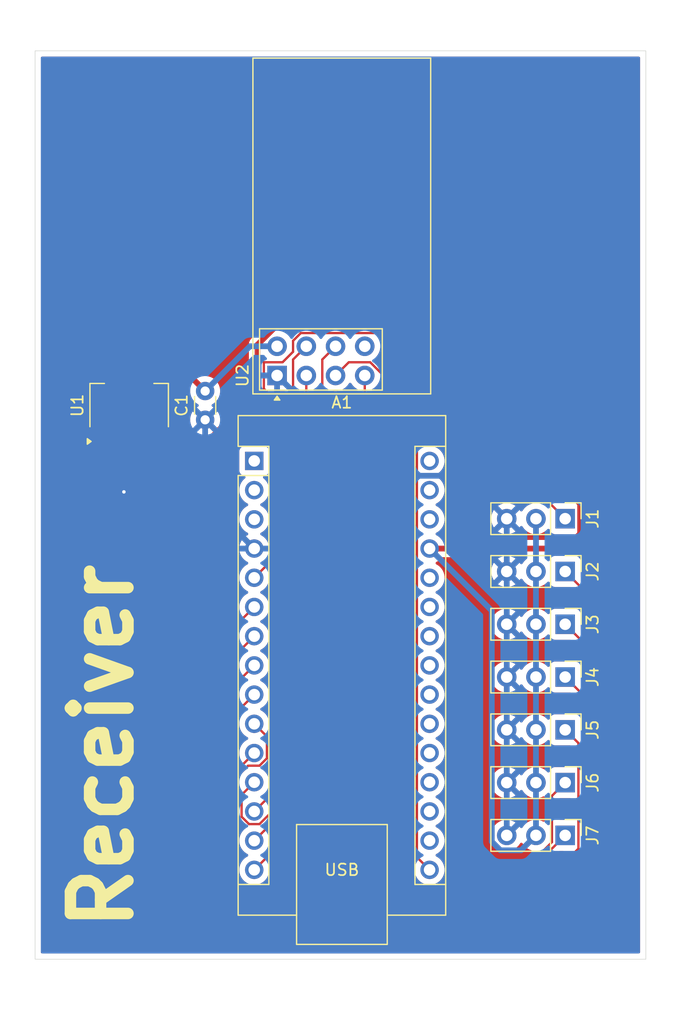
<source format=kicad_pcb>
(kicad_pcb (version 20241229) (generator "pcbnew") (generator_version "9.0")
  (layers (0 "F.Cu" signal) (2 "B.Cu" signal) (13 "F.Paste" user) (15 "B.Paste" user) (5 "F.SilkS" user "F.Silkscreen") (7 "B.SilkS" user "B.Silkscreen") (1 "F.Mask" user) (3 "B.Mask" user) (25 "Edge.Cuts" user))
  (net 0 "")
  (net 1 "/MISO")
  (net 3 "/CH5")
  (net 5 "/CE")
  (net 10 "/CH2")
  (net 11 "/CH6")
  (net 13 "/CH7")
  (net 14 "/CH1")
  (net 18 "GND")
  (net 19 "/MOSI")
  (net 22 "/CH3")
  (net 24 "/SCK")
  (net 27 "/CH4")
  (net 29 "/CSN")
  (net 30 "+5V")
  (net 31 "+3.3V")
  (footprint "Connector_PinHeader_2.54mm:PinHeader_1x03_P2.54mm_Vertical" (layer "F.Cu") (at 173.7868 117.9872 -90)
    (property "Reference" "J3" (at 0 -2.38 90) (layer "F.SilkS"))
    (property "Value" "Conn_01x03_Pin")
    (fp_line (start -1.38 6.46) (end 1.38 6.46) (stroke (width 0.12)) (layer "F.SilkS"))
    (fp_line (start -1.38 1.27) (end -1.38 6.46) (stroke (width 0.12)) (layer "F.SilkS"))
    (fp_line (start -1.38 1.27) (end 1.38 1.27) (stroke (width 0.12)) (layer "F.SilkS"))
    (fp_line (start 1.38 1.27) (end 1.38 6.46) (stroke (width 0.12)) (layer "F.SilkS"))
    (fp_line (start -1.38 0) (end -1.38 -1.38) (stroke (width 0.12)) (layer "F.SilkS"))
    (fp_line (start -1.38 -1.38) (end 0 -1.38) (stroke (width 0.12)) (layer "F.SilkS"))
    (pad "1" thru_hole rect (at 0 0 270) (size 1.7 1.7) (drill 1) (layers "*.Cu" "*.Mask") (net 22 "/CH3"))
    (pad "2" thru_hole circle (at 0 2.54 270) (size 1.7 1.7) (drill 1) (layers "*.Cu" "*.Mask") (net 30 "+5V"))
    (pad "3" thru_hole circle (at 0 5.08 270) (size 1.7 1.7) (drill 1) (layers "*.Cu" "*.Mask") (net 18 "GND"))
  )
  (footprint "Connector_PinHeader_2.54mm:PinHeader_1x03_P2.54mm_Vertical" (layer "F.Cu") (at 173.7868 131.7572 -90)
    (property "Reference" "J6" (at 0 -2.38 90) (layer "F.SilkS"))
    (property "Value" "Conn_01x03_Pin")
    (fp_line (start -1.38 6.46) (end 1.38 6.46) (stroke (width 0.12)) (layer "F.SilkS"))
    (fp_line (start -1.38 1.27) (end -1.38 6.46) (stroke (width 0.12)) (layer "F.SilkS"))
    (fp_line (start -1.38 1.27) (end 1.38 1.27) (stroke (width 0.12)) (layer "F.SilkS"))
    (fp_line (start 1.38 1.27) (end 1.38 6.46) (stroke (width 0.12)) (layer "F.SilkS"))
    (fp_line (start -1.38 0) (end -1.38 -1.38) (stroke (width 0.12)) (layer "F.SilkS"))
    (fp_line (start -1.38 -1.38) (end 0 -1.38) (stroke (width 0.12)) (layer "F.SilkS"))
    (pad "1" thru_hole rect (at 0 0 270) (size 1.7 1.7) (drill 1) (layers "*.Cu" "*.Mask") (net 11 "/CH6"))
    (pad "2" thru_hole circle (at 0 2.54 270) (size 1.7 1.7) (drill 1) (layers "*.Cu" "*.Mask") (net 30 "+5V"))
    (pad "3" thru_hole circle (at 0 5.08 270) (size 1.7 1.7) (drill 1) (layers "*.Cu" "*.Mask") (net 18 "GND"))
  )
  (footprint "Connector_PinHeader_2.54mm:PinHeader_1x03_P2.54mm_Vertical" (layer "F.Cu") (at 173.7868 122.5772 -90)
    (property "Reference" "J4" (at 0 -2.38 90) (layer "F.SilkS"))
    (property "Value" "Conn_01x03_Pin")
    (fp_line (start -1.38 6.46) (end 1.38 6.46) (stroke (width 0.12)) (layer "F.SilkS"))
    (fp_line (start -1.38 1.27) (end -1.38 6.46) (stroke (width 0.12)) (layer "F.SilkS"))
    (fp_line (start -1.38 1.27) (end 1.38 1.27) (stroke (width 0.12)) (layer "F.SilkS"))
    (fp_line (start 1.38 1.27) (end 1.38 6.46) (stroke (width 0.12)) (layer "F.SilkS"))
    (fp_line (start -1.38 0) (end -1.38 -1.38) (stroke (width 0.12)) (layer "F.SilkS"))
    (fp_line (start -1.38 -1.38) (end 0 -1.38) (stroke (width 0.12)) (layer "F.SilkS"))
    (pad "1" thru_hole rect (at 0 0 270) (size 1.7 1.7) (drill 1) (layers "*.Cu" "*.Mask") (net 27 "/CH4"))
    (pad "2" thru_hole circle (at 0 2.54 270) (size 1.7 1.7) (drill 1) (layers "*.Cu" "*.Mask") (net 30 "+5V"))
    (pad "3" thru_hole circle (at 0 5.08 270) (size 1.7 1.7) (drill 1) (layers "*.Cu" "*.Mask") (net 18 "GND"))
  )
  (footprint "Connector_PinHeader_2.54mm:PinHeader_1x03_P2.54mm_Vertical" (layer "F.Cu") (at 173.7868 113.3972 -90)
    (property "Reference" "J2" (at 0 -2.38 90) (layer "F.SilkS"))
    (property "Value" "Conn_01x03_Pin")
    (fp_line (start -1.38 6.46) (end 1.38 6.46) (stroke (width 0.12)) (layer "F.SilkS"))
    (fp_line (start -1.38 1.27) (end -1.38 6.46) (stroke (width 0.12)) (layer "F.SilkS"))
    (fp_line (start -1.38 1.27) (end 1.38 1.27) (stroke (width 0.12)) (layer "F.SilkS"))
    (fp_line (start 1.38 1.27) (end 1.38 6.46) (stroke (width 0.12)) (layer "F.SilkS"))
    (fp_line (start -1.38 0) (end -1.38 -1.38) (stroke (width 0.12)) (layer "F.SilkS"))
    (fp_line (start -1.38 -1.38) (end 0 -1.38) (stroke (width 0.12)) (layer "F.SilkS"))
    (pad "1" thru_hole rect (at 0 0 270) (size 1.7 1.7) (drill 1) (layers "*.Cu" "*.Mask") (net 10 "/CH2"))
    (pad "2" thru_hole circle (at 0 2.54 270) (size 1.7 1.7) (drill 1) (layers "*.Cu" "*.Mask") (net 30 "+5V"))
    (pad "3" thru_hole circle (at 0 5.08 270) (size 1.7 1.7) (drill 1) (layers "*.Cu" "*.Mask") (net 18 "GND"))
  )
  (footprint "Connector_PinHeader_2.54mm:PinHeader_1x03_P2.54mm_Vertical" (layer "F.Cu") (at 173.7868 108.8072 -90)
    (property "Reference" "J1" (at 0 -2.38 90) (layer "F.SilkS"))
    (property "Value" "Conn_01x03_Pin")
    (fp_line (start -1.38 6.46) (end 1.38 6.46) (stroke (width 0.12)) (layer "F.SilkS"))
    (fp_line (start -1.38 1.27) (end -1.38 6.46) (stroke (width 0.12)) (layer "F.SilkS"))
    (fp_line (start -1.38 1.27) (end 1.38 1.27) (stroke (width 0.12)) (layer "F.SilkS"))
    (fp_line (start 1.38 1.27) (end 1.38 6.46) (stroke (width 0.12)) (layer "F.SilkS"))
    (fp_line (start -1.38 0) (end -1.38 -1.38) (stroke (width 0.12)) (layer "F.SilkS"))
    (fp_line (start -1.38 -1.38) (end 0 -1.38) (stroke (width 0.12)) (layer "F.SilkS"))
    (pad "1" thru_hole rect (at 0 0 270) (size 1.7 1.7) (drill 1) (layers "*.Cu" "*.Mask") (net 14 "/CH1"))
    (pad "2" thru_hole circle (at 0 2.54 270) (size 1.7 1.7) (drill 1) (layers "*.Cu" "*.Mask") (net 30 "+5V"))
    (pad "3" thru_hole circle (at 0 5.08 270) (size 1.7 1.7) (drill 1) (layers "*.Cu" "*.Mask") (net 18 "GND"))
  )
  (footprint "Connector_PinHeader_2.54mm:PinHeader_1x03_P2.54mm_Vertical" (layer "F.Cu") (at 173.7868 127.1672 -90)
    (property "Reference" "J5" (at 0 -2.38 90) (layer "F.SilkS"))
    (property "Value" "Conn_01x03_Pin")
    (fp_line (start -1.38 6.46) (end 1.38 6.46) (stroke (width 0.12)) (layer "F.SilkS"))
    (fp_line (start -1.38 1.27) (end -1.38 6.46) (stroke (width 0.12)) (layer "F.SilkS"))
    (fp_line (start -1.38 1.27) (end 1.38 1.27) (stroke (width 0.12)) (layer "F.SilkS"))
    (fp_line (start 1.38 1.27) (end 1.38 6.46) (stroke (width 0.12)) (layer "F.SilkS"))
    (fp_line (start -1.38 0) (end -1.38 -1.38) (stroke (width 0.12)) (layer "F.SilkS"))
    (fp_line (start -1.38 -1.38) (end 0 -1.38) (stroke (width 0.12)) (layer "F.SilkS"))
    (pad "1" thru_hole rect (at 0 0 270) (size 1.7 1.7) (drill 1) (layers "*.Cu" "*.Mask") (net 3 "/CH5"))
    (pad "2" thru_hole circle (at 0 2.54 270) (size 1.7 1.7) (drill 1) (layers "*.Cu" "*.Mask") (net 30 "+5V"))
    (pad "3" thru_hole circle (at 0 5.08 270) (size 1.7 1.7) (drill 1) (layers "*.Cu" "*.Mask") (net 18 "GND"))
  )
  (footprint "Package_TO_SOT_SMD:SOT-223-3_TabPin2" (layer "F.Cu") (at 135.89 98.9584 90)
    (property "Reference" "U1" (at 0 -4.5 90) (layer "F.SilkS"))
    (property "Value" "AMS1117")
    (fp_line (start 1.91 -3.41) (end 1.91 -2.15) (stroke (width 0.12)) (layer "F.SilkS"))
    (fp_line (start -1.85 -3.41) (end 1.91 -3.41) (stroke (width 0.12)) (layer "F.SilkS"))
    (fp_line (start 1.91 3.41) (end 1.91 2.15) (stroke (width 0.12)) (layer "F.SilkS"))
    (fp_line (start -1.85 3.41) (end 1.91 3.41) (stroke (width 0.12)) (layer "F.SilkS"))
    (fp_poly (pts (xy -3.13 -3.31) (xy -3.37 -3.64) (xy -2.89 -3.64) (xy -3.13 -3.31)) (stroke (width 0.12)) (fill yes) (layer "F.SilkS"))
    (pad "1" smd roundrect (at -3.15 -2.3 90) (size 2 1.5) (layers "F.Cu" "F.Mask" "F.Paste") (net 18 "GND"))
    (pad "2" smd roundrect (at -3.15 0 90) (size 2 1.5) (layers "F.Cu" "F.Mask" "F.Paste") (net 31 "+3.3V"))
    (pad "2" smd roundrect (at 3.15 0 90) (size 2 3.8) (layers "F.Cu" "F.Mask" "F.Paste") (net 31 "+3.3V"))
    (pad "3" smd roundrect (at -3.15 2.3 90) (size 2 1.5) (layers "F.Cu" "F.Mask" "F.Paste") (net 30 "+5V"))
  )
  (footprint "Module:Arduino_Nano" (layer "F.Cu") (at 146.7612 103.7844)
    (property "Reference" "A1" (at 7.62 -5.08 0) (layer "F.SilkS"))
    (property "Value" "Arduino_Nano_v3.x")
    (fp_line (start -1.4 -3.94) (end -1.4 -1.27) (stroke (width 0.12)) (layer "F.SilkS"))
    (fp_line (start -1.4 1.27) (end -1.4 39.5) (stroke (width 0.12)) (layer "F.SilkS"))
    (fp_line (start -1.4 39.5) (end 3.68 39.5) (stroke (width 0.12)) (layer "F.SilkS"))
    (fp_line (start 1.27 -1.27) (end -1.4 -1.27) (stroke (width 0.12)) (layer "F.SilkS"))
    (fp_line (start 1.27 1.27) (end -1.4 1.27) (stroke (width 0.12)) (layer "F.SilkS"))
    (fp_line (start 1.27 1.27) (end 1.27 -1.27) (stroke (width 0.12)) (layer "F.SilkS"))
    (fp_line (start 1.27 1.27) (end 1.27 36.83) (stroke (width 0.12)) (layer "F.SilkS"))
    (fp_line (start 1.27 36.83) (end -1.4 36.83) (stroke (width 0.12)) (layer "F.SilkS"))
    (fp_line (start 3.68 31.62) (end 11.56 31.62) (stroke (width 0.12)) (layer "F.SilkS"))
    (fp_line (start 3.68 42.04) (end 3.68 31.62) (stroke (width 0.12)) (layer "F.SilkS"))
    (fp_line (start 11.56 31.62) (end 11.56 42.04) (stroke (width 0.12)) (layer "F.SilkS"))
    (fp_line (start 11.56 42.04) (end 3.68 42.04) (stroke (width 0.12)) (layer "F.SilkS"))
    (fp_line (start 13.97 -1.27) (end 13.97 36.83) (stroke (width 0.12)) (layer "F.SilkS"))
    (fp_line (start 13.97 -1.27) (end 16.64 -1.27) (stroke (width 0.12)) (layer "F.SilkS"))
    (fp_line (start 13.97 36.83) (end 16.64 36.83) (stroke (width 0.12)) (layer "F.SilkS"))
    (fp_line (start 16.64 -3.94) (end -1.4 -3.94) (stroke (width 0.12)) (layer "F.SilkS"))
    (fp_line (start 16.64 39.5) (end 11.56 39.5) (stroke (width 0.12)) (layer "F.SilkS"))
    (fp_line (start 16.64 39.5) (end 16.64 -3.94) (stroke (width 0.12)) (layer "F.SilkS"))
    (fp_text user "USB" (at 7.62 35.56 0) (layer "F.SilkS"))
    (pad "1" thru_hole rect (at 0 0) (size 1.6 1.6) (drill 1) (layers "*.Cu" "*.Mask"))
    (pad "2" thru_hole oval (at 0 2.54) (size 1.6 1.6) (drill 1) (layers "*.Cu" "*.Mask"))
    (pad "3" thru_hole oval (at 0 5.08) (size 1.6 1.6) (drill 1) (layers "*.Cu" "*.Mask"))
    (pad "4" thru_hole oval (at 0 7.62) (size 1.6 1.6) (drill 1) (layers "*.Cu" "*.Mask") (net 18 "GND"))
    (pad "5" thru_hole oval (at 0 10.16) (size 1.6 1.6) (drill 1) (layers "*.Cu" "*.Mask") (net 14 "/CH1"))
    (pad "6" thru_hole oval (at 0 12.7) (size 1.6 1.6) (drill 1) (layers "*.Cu" "*.Mask") (net 10 "/CH2"))
    (pad "7" thru_hole oval (at 0 15.24) (size 1.6 1.6) (drill 1) (layers "*.Cu" "*.Mask") (net 22 "/CH3"))
    (pad "8" thru_hole oval (at 0 17.78) (size 1.6 1.6) (drill 1) (layers "*.Cu" "*.Mask") (net 27 "/CH4"))
    (pad "9" thru_hole oval (at 0 20.32) (size 1.6 1.6) (drill 1) (layers "*.Cu" "*.Mask") (net 3 "/CH5"))
    (pad "10" thru_hole oval (at 0 22.86) (size 1.6 1.6) (drill 1) (layers "*.Cu" "*.Mask") (net 11 "/CH6"))
    (pad "11" thru_hole oval (at 0 25.4) (size 1.6 1.6) (drill 1) (layers "*.Cu" "*.Mask") (net 13 "/CH7"))
    (pad "12" thru_hole oval (at 0 27.94) (size 1.6 1.6) (drill 1) (layers "*.Cu" "*.Mask") (net 5 "/CE"))
    (pad "13" thru_hole oval (at 0 30.48) (size 1.6 1.6) (drill 1) (layers "*.Cu" "*.Mask") (net 29 "/CSN"))
    (pad "14" thru_hole oval (at 0 33.02) (size 1.6 1.6) (drill 1) (layers "*.Cu" "*.Mask") (net 19 "/MOSI"))
    (pad "15" thru_hole oval (at 0 35.56) (size 1.6 1.6) (drill 1) (layers "*.Cu" "*.Mask") (net 1 "/MISO"))
    (pad "16" thru_hole oval (at 15.24 35.56) (size 1.6 1.6) (drill 1) (layers "*.Cu" "*.Mask") (net 24 "/SCK"))
    (pad "17" thru_hole oval (at 15.24 33.02) (size 1.6 1.6) (drill 1) (layers "*.Cu" "*.Mask"))
    (pad "18" thru_hole oval (at 15.24 30.48) (size 1.6 1.6) (drill 1) (layers "*.Cu" "*.Mask"))
    (pad "19" thru_hole oval (at 15.24 27.94) (size 1.6 1.6) (drill 1) (layers "*.Cu" "*.Mask"))
    (pad "20" thru_hole oval (at 15.24 25.4) (size 1.6 1.6) (drill 1) (layers "*.Cu" "*.Mask"))
    (pad "21" thru_hole oval (at 15.24 22.86) (size 1.6 1.6) (drill 1) (layers "*.Cu" "*.Mask"))
    (pad "22" thru_hole oval (at 15.24 20.32) (size 1.6 1.6) (drill 1) (layers "*.Cu" "*.Mask"))
    (pad "23" thru_hole oval (at 15.24 17.78) (size 1.6 1.6) (drill 1) (layers "*.Cu" "*.Mask"))
    (pad "24" thru_hole oval (at 15.24 15.24) (size 1.6 1.6) (drill 1) (layers "*.Cu" "*.Mask"))
    (pad "25" thru_hole oval (at 15.24 12.7) (size 1.6 1.6) (drill 1) (layers "*.Cu" "*.Mask"))
    (pad "26" thru_hole oval (at 15.24 10.16) (size 1.6 1.6) (drill 1) (layers "*.Cu" "*.Mask"))
    (pad "27" thru_hole oval (at 15.24 7.62) (size 1.6 1.6) (drill 1) (layers "*.Cu" "*.Mask") (net 30 "+5V"))
    (pad "28" thru_hole oval (at 15.24 5.08) (size 1.6 1.6) (drill 1) (layers "*.Cu" "*.Mask"))
    (pad "29" thru_hole oval (at 15.24 2.54) (size 1.6 1.6) (drill 1) (layers "*.Cu" "*.Mask"))
    (pad "30" thru_hole oval (at 15.24 0) (size 1.6 1.6) (drill 1) (layers "*.Cu" "*.Mask"))
  )
  (footprint "Connector_PinHeader_2.54mm:PinHeader_1x03_P2.54mm_Vertical" (layer "F.Cu") (at 173.7868 136.3472 -90)
    (property "Reference" "J7" (at 0 -2.38 90) (layer "F.SilkS"))
    (property "Value" "Conn_01x03_Pin")
    (fp_line (start -1.38 6.46) (end 1.38 6.46) (stroke (width 0.12)) (layer "F.SilkS"))
    (fp_line (start -1.38 1.27) (end -1.38 6.46) (stroke (width 0.12)) (layer "F.SilkS"))
    (fp_line (start -1.38 1.27) (end 1.38 1.27) (stroke (width 0.12)) (layer "F.SilkS"))
    (fp_line (start 1.38 1.27) (end 1.38 6.46) (stroke (width 0.12)) (layer "F.SilkS"))
    (fp_line (start -1.38 0) (end -1.38 -1.38) (stroke (width 0.12)) (layer "F.SilkS"))
    (fp_line (start -1.38 -1.38) (end 0 -1.38) (stroke (width 0.12)) (layer "F.SilkS"))
    (pad "1" thru_hole rect (at 0 0 270) (size 1.7 1.7) (drill 1) (layers "*.Cu" "*.Mask") (net 13 "/CH7"))
    (pad "2" thru_hole circle (at 0 2.54 270) (size 1.7 1.7) (drill 1) (layers "*.Cu" "*.Mask") (net 30 "+5V"))
    (pad "3" thru_hole circle (at 0 5.08 270) (size 1.7 1.7) (drill 1) (layers "*.Cu" "*.Mask") (net 18 "GND"))
  )
  (footprint "Capacitor_THT:C_Disc_D3.0mm_W1.6mm_P2.50mm" (layer "F.Cu") (at 142.494 100.2084 90)
    (property "Reference" "C1" (at 1.25 -2.05 90) (layer "F.SilkS"))
    (property "Value" "C")
    (fp_line (start 0.485 -0.92) (end 2.015 -0.92) (stroke (width 0.12)) (layer "F.SilkS"))
    (fp_line (start 2.015 0.92) (end 0.485 0.92) (stroke (width 0.12)) (layer "F.SilkS"))
    (pad "1" thru_hole circle (at 0 0 90) (size 1.6 1.6) (drill 0.8) (layers "*.Cu" "*.Mask") (net 18 "GND"))
    (pad "2" thru_hole circle (at 2.5 0 90) (size 1.6 1.6) (drill 0.8) (layers "*.Cu" "*.Mask") (net 31 "+3.3V"))
  )
  (footprint "RF_Module:nRF24L01_Breakout" (layer "F.Cu") (at 148.7462 96.3555 90)
    (property "Reference" "U2" (at 0 -3 90) (layer "F.SilkS"))
    (property "Value" "NRF24L01_Breakout")
    (fp_line (start 27.6 -2.1) (end 27.6 13.35) (stroke (width 0.12)) (layer "F.SilkS"))
    (fp_line (start -1.6 -2.1) (end 27.6 -2.1) (stroke (width 0.12)) (layer "F.SilkS"))
    (fp_line (start -1.6 -2.1) (end -1.6 -2.1) (stroke (width 0.12)) (layer "F.SilkS"))
    (fp_line (start 4.064 -1.524) (end 4.064 9.144) (stroke (width 0.12)) (layer "F.SilkS"))
    (fp_line (start -1.27 -1.524) (end 4.064 -1.524) (stroke (width 0.12)) (layer "F.SilkS"))
    (fp_line (start -1.27 -1.524) (end -1.27 -1.524) (stroke (width 0.12)) (layer "F.SilkS"))
    (fp_line (start 4.064 9.144) (end -1.27 9.144) (stroke (width 0.12)) (layer "F.SilkS"))
    (fp_line (start -1.27 9.144) (end -1.27 -1.524) (stroke (width 0.12)) (layer "F.SilkS"))
    (fp_line (start -1.27 9.144) (end -1.27 9.144) (stroke (width 0.12)) (layer "F.SilkS"))
    (fp_line (start 27.6 13.35) (end -1.6 13.35) (stroke (width 0.12)) (layer "F.SilkS"))
    (fp_line (start -1.6 13.35) (end -1.6 -2.1) (stroke (width 0.12)) (layer "F.SilkS"))
    (fp_poly (pts (xy -1.8 0) (xy -2.136 0.24) (xy -2.136 -0.24) (xy -1.8 0)) (stroke (width 0.12)) (fill yes) (layer "F.SilkS"))
    (pad "1" thru_hole rect (at 0 0 90) (size 1.7 1.7) (drill 1) (layers "*.Cu" "*.Mask") (net 18 "GND"))
    (pad "2" thru_hole circle (at 2.54 0 90) (size 1.7 1.7) (drill 1) (layers "*.Cu" "*.Mask") (net 31 "+3.3V"))
    (pad "3" thru_hole circle (at 0 2.54 90) (size 1.7 1.7) (drill 1) (layers "*.Cu" "*.Mask") (net 5 "/CE"))
    (pad "4" thru_hole circle (at 2.54 2.54 90) (size 1.7 1.7) (drill 1) (layers "*.Cu" "*.Mask") (net 29 "/CSN"))
    (pad "5" thru_hole circle (at 0 5.08 90) (size 1.7 1.7) (drill 1) (layers "*.Cu" "*.Mask") (net 24 "/SCK"))
    (pad "6" thru_hole circle (at 2.54 5.08 90) (size 1.7 1.7) (drill 1) (layers "*.Cu" "*.Mask") (net 19 "/MOSI"))
    (pad "7" thru_hole circle (at 0 7.62 90) (size 1.7 1.7) (drill 1) (layers "*.Cu" "*.Mask") (net 1 "/MISO"))
    (pad "8" thru_hole circle (at 2.54 7.62 90) (size 1.7 1.7) (drill 1) (layers "*.Cu" "*.Mask"))
  )
  (gr_rect (start 127.7112 68.1228) (end 180.7972 147.1168) (stroke (width 0.05)) (fill no) (layer "Edge.Cuts"))
  (gr_text "Receiver" (at 136.4488 144.9832 90) (layer "F.SilkS") (effects (font (size 5 5) (thickness 1) (bold yes)) (justify left bottom)))
  (segment (start 156.3662 129.7394) (end 156.3662 96.3555) (width 0.2) (layer "F.Cu") (net 1))
  (segment (start 146.7612 139.3444) (end 156.3662 129.7394) (width 0.2) (layer "F.Cu") (net 1))
  (segment (start 140.6706 138.1389) (end 145.2235 142.6918) (width 0.2) (layer "F.Cu") (net 3))
  (segment (start 174.9378 137.4982) (end 174.9378 128.3182) (width 0.2) (layer "F.Cu") (net 3))
  (segment (start 174.9378 128.3182) (end 173.7868 127.1672) (width 0.2) (layer "F.Cu") (net 3))
  (segment (start 169.7442 142.6918) (end 174.9378 137.4982) (width 0.2) (layer "F.Cu") (net 3))
  (segment (start 145.2235 142.6918) (end 169.7442 142.6918) (width 0.2) (layer "F.Cu") (net 3))
  (segment (start 146.7612 124.1044) (end 140.6706 130.195) (width 0.2) (layer "F.Cu") (net 3))
  (segment (start 140.6706 130.195) (end 140.6706 138.1389) (width 0.2) (layer "F.Cu") (net 3))
  (segment (start 151.2862 131.29645) (end 151.2862 96.3555) (width 0.2) (layer "F.Cu") (net 5))
  (segment (start 145.6602 132.8254) (end 145.6602 134.72045) (width 0.2) (layer "F.Cu") (net 5))
  (segment (start 147.21725 135.3654) (end 151.2862 131.29645) (width 0.2) (layer "F.Cu") (net 5))
  (segment (start 146.30515 135.3654) (end 147.21725 135.3654) (width 0.2) (layer "F.Cu") (net 5))
  (segment (start 145.6602 134.72045) (end 146.30515 135.3654) (width 0.2) (layer "F.Cu") (net 5))
  (segment (start 146.7612 131.7244) (end 145.6602 132.8254) (width 0.2) (layer "F.Cu") (net 5))
  (segment (start 139.4676 123.778) (end 139.4676 138.6372) (width 0.2) (layer "F.Cu") (net 10))
  (segment (start 170.2425 143.8948) (end 176.1408 137.9965) (width 0.2) (layer "F.Cu") (net 10))
  (segment (start 176.1408 115.7512) (end 173.7868 113.3972) (width 0.2) (layer "F.Cu") (net 10))
  (segment (start 146.7612 116.4844) (end 139.4676 123.778) (width 0.2) (layer "F.Cu") (net 10))
  (segment (start 139.4676 138.6372) (end 144.7252 143.8948) (width 0.2) (layer "F.Cu") (net 10))
  (segment (start 144.7252 143.8948) (end 170.2425 143.8948) (width 0.2) (layer "F.Cu") (net 10))
  (segment (start 176.1408 137.9965) (end 176.1408 115.7512) (width 0.2) (layer "F.Cu") (net 10))
  (segment (start 146.7612 126.6444) (end 147.8622 127.7454) (width 0.2) (layer "F.Cu") (net 11))
  (segment (start 146.2273 130.2854) (end 141.4726 135.0401) (width 0.2) (layer "F.Cu") (net 11))
  (segment (start 147.8622 127.7454) (end 147.8622 129.64045) (width 0.2) (layer "F.Cu") (net 11))
  (segment (start 172.6358 136.9311) (end 172.6358 132.9082) (width 0.2) (layer "F.Cu") (net 11))
  (segment (start 147.8622 129.64045) (end 147.21725 130.2854) (width 0.2) (layer "F.Cu") (net 11))
  (segment (start 145.5557 141.8898) (end 167.6771 141.8898) (width 0.2) (layer "F.Cu") (net 11))
  (segment (start 141.4726 135.0401) (end 141.4726 137.8067) (width 0.2) (layer "F.Cu") (net 11))
  (segment (start 167.6771 141.8898) (end 172.6358 136.9311) (width 0.2) (layer "F.Cu") (net 11))
  (segment (start 172.6358 132.9082) (end 173.7868 131.7572) (width 0.2) (layer "F.Cu") (net 11))
  (segment (start 147.21725 130.2854) (end 146.2273 130.2854) (width 0.2) (layer "F.Cu") (net 11))
  (segment (start 141.4726 137.8067) (end 145.5557 141.8898) (width 0.2) (layer "F.Cu") (net 11))
  (segment (start 167.8432 142.2908) (end 173.7868 136.3472) (width 0.2) (layer "F.Cu") (net 13))
  (segment (start 141.0716 137.9728) (end 145.3896 142.2908) (width 0.2) (layer "F.Cu") (net 13))
  (segment (start 145.3896 142.2908) (end 167.8432 142.2908) (width 0.2) (layer "F.Cu") (net 13))
  (segment (start 146.7612 129.1844) (end 141.0716 134.874) (width 0.2) (layer "F.Cu") (net 13))
  (segment (start 141.0716 134.874) (end 141.0716 137.9728) (width 0.2) (layer "F.Cu") (net 13))
  (segment (start 149.22296 95.2045) (end 150.1352 94.29226) (width 0.2) (layer "F.Cu") (net 14))
  (segment (start 147.5952 95.2045) (end 149.22296 95.2045) (width 0.2) (layer "F.Cu") (net 14))
  (segment (start 147.5952 97.5065) (end 147.5952 95.2045) (width 0.2) (layer "F.Cu") (net 14))
  (segment (start 150.1352 93.33874) (end 150.80944 92.6645) (width 0.2) (layer "F.Cu") (net 14))
  (segment (start 150.80944 92.6645) (end 157.6441 92.6645) (width 0.2) (layer "F.Cu") (net 14))
  (segment (start 150.1352 94.29226) (end 150.1352 93.33874) (width 0.2) (layer "F.Cu") (net 14))
  (segment (start 157.6441 92.6645) (end 173.7868 108.8072) (width 0.2) (layer "F.Cu") (net 14))
  (segment (start 146.7612 113.9444) (end 149.7342 110.9714) (width 0.2) (layer "F.Cu") (net 14))
  (segment (start 149.7342 110.9714) (end 149.7342 99.6455) (width 0.2) (layer "F.Cu") (net 14))
  (segment (start 149.7342 99.6455) (end 147.5952 97.5065) (width 0.2) (layer "F.Cu") (net 14))
  (segment (start 133.59 102.1084) (end 133.59 104.634) (width 0.5) (layer "F.Cu") (net 18))
  (segment (start 133.59 104.634) (end 135.4328 106.4768) (width 0.5) (layer "F.Cu") (net 18))
  (via (at 135.4328 106.4768) (size 0.6) (drill 0.3) (layers "F.Cu" "B.Cu") (net 18))
  (segment (start 135.4328 106.4768) (end 139.954 106.4768) (width 0.5) (layer "B.Cu") (net 18))
  (segment (start 168.7068 127.1672) (end 168.7068 122.5772) (width 0.5) (layer "B.Cu") (net 18))
  (segment (start 146.3469 96.3555) (end 142.494 100.2084) (width 0.5) (layer "B.Cu") (net 18))
  (segment (start 168.7068 136.3472) (end 168.7068 131.7572) (width 0.5) (layer "B.Cu") (net 18))
  (segment (start 164.973 105.0734) (end 157.4641 105.0734) (width 0.5) (layer "B.Cu") (net 18))
  (segment (start 142.494 103.9368) (end 142.494 107.1372) (width 0.5) (layer "B.Cu") (net 18))
  (segment (start 142.494 100.2084) (end 142.494 103.9368) (width 0.5) (layer "B.Cu") (net 18))
  (segment (start 168.7068 113.3972) (end 168.7068 108.8072) (width 0.5) (layer "B.Cu") (net 18))
  (segment (start 168.7068 131.7572) (end 168.7068 127.1672) (width 0.5) (layer "B.Cu") (net 18))
  (segment (start 168.7068 122.5772) (end 168.7068 117.9872) (width 0.5) (layer "B.Cu") (net 18))
  (segment (start 168.7068 108.8072) (end 164.973 105.0734) (width 0.5) (layer "B.Cu") (net 18))
  (segment (start 139.954 106.4768) (end 142.494 103.9368) (width 0.5) (layer "B.Cu") (net 18))
  (segment (start 142.494 107.1372) (end 146.7612 111.4044) (width 0.5) (layer "B.Cu") (net 18))
  (segment (start 148.7462 96.3555) (end 146.3469 96.3555) (width 0.5) (layer "B.Cu") (net 18))
  (segment (start 168.7068 117.9872) (end 168.7068 113.3972) (width 0.5) (layer "B.Cu") (net 18))
  (segment (start 157.4641 105.0734) (end 148.7462 96.3555) (width 0.5) (layer "B.Cu") (net 18))
  (segment (start 152.6752 94.9665) (end 153.8262 93.8155) (width 0.2) (layer "F.Cu") (net 19))
  (segment (start 152.6752 130.8904) (end 152.6752 94.9665) (width 0.2) (layer "F.Cu") (net 19))
  (segment (start 146.7612 136.8044) (end 152.6752 130.8904) (width 0.2) (layer "F.Cu") (net 19))
  (segment (start 144.8913 143.4938) (end 170.0764 143.4938) (width 0.2) (layer "F.Cu") (net 22))
  (segment (start 146.7612 119.0244) (end 139.8686 125.917) (width 0.2) (layer "F.Cu") (net 22))
  (segment (start 139.8686 138.4711) (end 144.8913 143.4938) (width 0.2) (layer "F.Cu") (net 22))
  (segment (start 170.0764 143.4938) (end 175.7398 137.8304) (width 0.2) (layer "F.Cu") (net 22))
  (segment (start 175.7398 137.8304) (end 175.7398 119.9402) (width 0.2) (layer "F.Cu") (net 22))
  (segment (start 139.8686 125.917) (end 139.8686 138.4711) (width 0.2) (layer "F.Cu") (net 22))
  (segment (start 175.7398 119.9402) (end 173.7868 117.9872) (width 0.2) (layer "F.Cu") (net 22))
  (segment (start 153.8262 96.3555) (end 154.9772 95.2045) (width 0.2) (layer "F.Cu") (net 24))
  (segment (start 160.9002 138.2434) (end 162.0012 139.3444) (width 0.2) (layer "F.Cu") (net 24))
  (segment (start 160.9002 99.26174) (end 160.9002 138.2434) (width 0.2) (layer "F.Cu") (net 24))
  (segment (start 156.84296 95.2045) (end 160.9002 99.26174) (width 0.2) (layer "F.Cu") (net 24))
  (segment (start 154.9772 95.2045) (end 156.84296 95.2045) (width 0.2) (layer "F.Cu") (net 24))
  (segment (start 140.2696 138.305) (end 145.0574 143.0928) (width 0.2) (layer "F.Cu") (net 27))
  (segment (start 145.0574 143.0928) (end 169.9103 143.0928) (width 0.2) (layer "F.Cu") (net 27))
  (segment (start 175.3388 124.1292) (end 173.7868 122.5772) (width 0.2) (layer "F.Cu") (net 27))
  (segment (start 146.7612 121.5644) (end 140.2696 128.056) (width 0.2) (layer "F.Cu") (net 27))
  (segment (start 175.3388 137.6643) (end 175.3388 124.1292) (width 0.2) (layer "F.Cu") (net 27))
  (segment (start 140.2696 128.056) (end 140.2696 138.305) (width 0.2) (layer "F.Cu") (net 27))
  (segment (start 169.9103 143.0928) (end 175.3388 137.6643) (width 0.2) (layer "F.Cu") (net 27))
  (segment (start 150.1352 130.8904) (end 150.1352 94.9665) (width 0.2) (layer "F.Cu") (net 29))
  (segment (start 150.1352 94.9665) (end 151.2862 93.8155) (width 0.2) (layer "F.Cu") (net 29))
  (segment (start 146.7612 134.2644) (end 150.1352 130.8904) (width 0.2) (layer "F.Cu") (net 29))
  (segment (start 147.0442 97.734732) (end 147.0442 93.677608) (width 0.5) (layer "F.Cu") (net 30))
  (segment (start 147.0442 93.677608) (end 148.608308 92.1135) (width 0.5) (layer "F.Cu") (net 30))
  (segment (start 148.608308 92.1135) (end 159.6951 92.1135) (width 0.5) (layer "F.Cu") (net 30))
  (segment (start 138.19 102.1084) (end 142.670532 102.1084) (width 0.5) (layer "F.Cu") (net 30))
  (segment (start 175.0878 110.1082) (end 173.7916 111.4044) (width 0.5) (layer "F.Cu") (net 30))
  (segment (start 175.0878 107.5062) (end 175.0878 110.1082) (width 0.5) (layer "F.Cu") (net 30))
  (segment (start 159.6951 92.1135) (end 175.0878 107.5062) (width 0.5) (layer "F.Cu") (net 30))
  (segment (start 142.670532 102.1084) (end 147.0442 97.734732) (width 0.5) (layer "F.Cu") (net 30))
  (segment (start 173.7916 111.4044) (end 162.0012 111.4044) (width 0.5) (layer "F.Cu") (net 30))
  (segment (start 171.2468 122.5772) (end 171.2468 127.1672) (width 0.5) (layer "B.Cu") (net 30))
  (segment (start 167.4058 136.886092) (end 168.167908 137.6482) (width 0.5) (layer "B.Cu") (net 30))
  (segment (start 168.167908 137.6482) (end 169.9458 137.6482) (width 0.5) (layer "B.Cu") (net 30))
  (segment (start 162.0012 111.4044) (end 167.4058 116.809) (width 0.5) (layer "B.Cu") (net 30))
  (segment (start 171.2468 127.1672) (end 171.2468 131.7572) (width 0.5) (layer "B.Cu") (net 30))
  (segment (start 171.2468 117.9872) (end 171.2468 122.5772) (width 0.5) (layer "B.Cu") (net 30))
  (segment (start 171.2468 131.7572) (end 171.2468 136.3472) (width 0.5) (layer "B.Cu") (net 30))
  (segment (start 171.2468 113.3972) (end 171.2468 117.9872) (width 0.5) (layer "B.Cu") (net 30))
  (segment (start 167.4058 116.809) (end 167.4058 136.886092) (width 0.5) (layer "B.Cu") (net 30))
  (segment (start 169.9458 137.6482) (end 171.2468 136.3472) (width 0.5) (layer "B.Cu") (net 30))
  (segment (start 171.2468 108.8072) (end 171.2468 113.3972) (width 0.5) (layer "B.Cu") (net 30))
  (segment (start 135.89 102.1084) (end 135.89 95.8084) (width 0.5) (layer "F.Cu") (net 31))
  (segment (start 140.594 95.8084) (end 142.494 97.7084) (width 0.5) (layer "F.Cu") (net 31))
  (segment (start 135.89 95.8084) (end 140.594 95.8084) (width 0.5) (layer "F.Cu") (net 31))
  (segment (start 146.3869 93.8155) (end 142.494 97.7084) (width 0.5) (layer "B.Cu") (net 31))
  (segment (start 148.7462 93.8155) (end 146.3869 93.8155) (width 0.5) (layer "B.Cu") (net 31))
  (zone (net 0) (net_name "") (layer "F.Cu") (priority 1) (connect_pads (clearance 0.5)) (min_thickness 0.25) (fill yes (thermal_gap 0.5) (thermal_bridge_width 0.5) (island_removal_mode 1) (island_area_min 10))
    (polygon (pts (xy 125.5776 63.7032) (xy 183.2864 65.4812) (xy 184.2008 152.654) (xy 124.6632 150.622)))
  )
  (zone (net 18) (net_name "GND") (layer "B.Cu") (connect_pads (clearance 0.5)) (min_thickness 0.25) (fill yes (thermal_gap 0.5) (thermal_bridge_width 0.5))
    (polygon (pts (xy 126.8984 66.1416) (xy 181.5592 66.6496) (xy 183.5912 150.5204) (xy 126.3904 149.5044)))
  )
)
</source>
